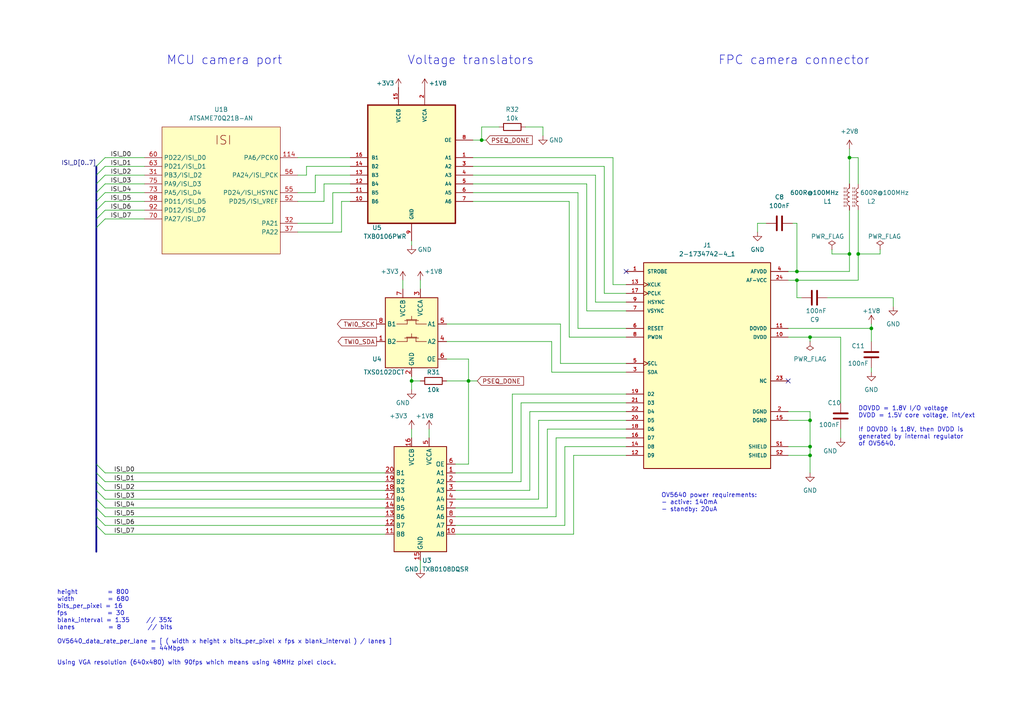
<source format=kicad_sch>
(kicad_sch (version 20211123) (generator eeschema)
  (paper "A4")
  (title_block (title "Flight Controller") (date "2023-01-29") (rev "0.1"))
  (lib_symbols
    (symbol "Device:C" (pin_numbers hide) (pin_names (offset 0.254))
      (property "Reference" "C" (at 0.635 2.54 0))
      (property "Value" "C" (at 0.635 -2.54 0))
      (symbol "C_0_1"
        (polyline (pts (xy -2.032 -0.762) (xy 2.032 -0.762)) (stroke (width 0.508)))
        (polyline (pts (xy -2.032 0.762) (xy 2.032 0.762)) (stroke (width 0.508)))
      )
      (symbol "C_1_1"
        (pin passive line (at 0 3.81 270) (length 2.794) (name "~") (number "1"))
        (pin passive line (at 0 -3.81 90) (length 2.794) (name "~") (number "2"))
      )
    )
    (symbol "Device:L_Ferrite" (pin_numbers hide) (pin_names (offset 1.016) hide)
      (property "Reference" "L" (at -1.27 0 90))
      (property "Value" "L_Ferrite" (at 2.794 0 90))
      (symbol "L_Ferrite_0_1"
        (arc (start 0 -2.54) (mid 0.635 -1.905) (end 0 -1.27))
        (arc (start 0 -1.27) (mid 0.635 -0.635) (end 0 0))
        (polyline (pts (xy 1.016 -2.794) (xy 1.016 -2.286)))
        (polyline (pts (xy 1.016 -1.778) (xy 1.016 -1.27)))
        (polyline (pts (xy 1.016 -0.762) (xy 1.016 -0.254)))
        (polyline (pts (xy 1.016 0.254) (xy 1.016 0.762)))
        (polyline (pts (xy 1.016 1.27) (xy 1.016 1.778)))
        (polyline (pts (xy 1.016 2.286) (xy 1.016 2.794)))
        (polyline (pts (xy 1.524 -2.286) (xy 1.524 -2.794)))
        (polyline (pts (xy 1.524 -1.27) (xy 1.524 -1.778)))
        (polyline (pts (xy 1.524 -0.254) (xy 1.524 -0.762)))
        (polyline (pts (xy 1.524 0.762) (xy 1.524 0.254)))
        (polyline (pts (xy 1.524 1.778) (xy 1.524 1.27)))
        (polyline (pts (xy 1.524 2.794) (xy 1.524 2.286)))
        (arc (start 0 0) (mid 0.635 0.635) (end 0 1.27))
        (arc (start 0 1.27) (mid 0.635 1.905) (end 0 2.54))
      )
      (symbol "L_Ferrite_1_1"
        (pin passive line (at 0 3.81 270) (length 1.27) (name "1") (number "1"))
        (pin passive line (at 0 -3.81 90) (length 1.27) (name "2") (number "2"))
      )
    )
    (symbol "Device:R" (pin_numbers hide) (pin_names (offset 0))
      (property "Reference" "R" (at 2.032 0 90))
      (property "Value" "R" (at 0 0 90))
      (symbol "R_0_1"
        (rectangle (start -1.016 -2.54) (end 1.016 2.54) (stroke (width 0.254)))
      )
      (symbol "R_1_1"
        (pin passive line (at 0 3.81 270) (length 1.27) (name "~") (number "1"))
        (pin passive line (at 0 -3.81 90) (length 1.27) (name "~") (number "2"))
      )
    )
    (symbol "Logic_LevelTranslator:TXB0108DQSR"
      (property "Reference" "U" (at -6.35 16.51 0))
      (property "Value" "TXB0108DQSR" (at 3.81 16.51 0))
      (symbol "TXB0108DQSR_0_1"
        (rectangle (start -7.62 15.24) (end 7.62 -15.24) (stroke (width 0.254)) (fill (type background)))
      )
      (symbol "TXB0108DQSR_1_1"
        (pin bidirectional line (at -10.16 7.62 0) (length 2.54) (name "A1") (number "1"))
        (pin bidirectional line (at -10.16 -10.16 0) (length 2.54) (name "A8") (number "10"))
        (pin bidirectional line (at 10.16 -10.16 180) (length 2.54) (name "B8") (number "11"))
        (pin bidirectional line (at 10.16 -7.62 180) (length 2.54) (name "B7") (number "12"))
        (pin bidirectional line (at 10.16 -5.08 180) (length 2.54) (name "B6") (number "13"))
        (pin bidirectional line (at 10.16 -2.54 180) (length 2.54) (name "B5") (number "14"))
        (pin power_in line (at 0 -17.78 90) (length 2.54) (name "GND") (number "15"))
        (pin power_in line (at 2.54 17.78 270) (length 2.54) (name "VCCB") (number "16"))
        (pin bidirectional line (at 10.16 0 180) (length 2.54) (name "B4") (number "17"))
        (pin bidirectional line (at 10.16 2.54 180) (length 2.54) (name "B3") (number "18"))
        (pin bidirectional line (at 10.16 5.08 180) (length 2.54) (name "B2") (number "19"))
        (pin bidirectional line (at -10.16 5.08 0) (length 2.54) (name "A2") (number "2"))
        (pin bidirectional line (at 10.16 7.62 180) (length 2.54) (name "B1") (number "20"))
        (pin bidirectional line (at -10.16 2.54 0) (length 2.54) (name "A3") (number "3"))
        (pin bidirectional line (at -10.16 0 0) (length 2.54) (name "A4") (number "4"))
        (pin power_in line (at -2.54 17.78 270) (length 2.54) (name "VCCA") (number "5"))
        (pin input line (at -10.16 10.16 0) (length 2.54) (name "OE") (number "6"))
        (pin bidirectional line (at -10.16 -2.54 0) (length 2.54) (name "A5") (number "7"))
        (pin bidirectional line (at -10.16 -5.08 0) (length 2.54) (name "A6") (number "8"))
        (pin bidirectional line (at -10.16 -7.62 0) (length 2.54) (name "A7") (number "9"))
      )
    )
    (symbol "Logic_LevelTranslator:TXS0102DCT"
      (property "Reference" "U" (at -6.35 11.43 0))
      (property "Value" "TXS0102DCT" (at 3.81 11.43 0))
      (symbol "TXS0102DCT_0_1"
        (rectangle (start -7.62 10.16) (end 7.62 -10.16) (stroke (width 0.254)) (fill (type background)))
        (polyline (pts (xy -4.318 -2.54) (xy -1.27 -2.54)))
        (polyline (pts (xy -2.032 -1.524) (xy 2.032 -1.524)))
        (polyline (pts (xy -1.524 -1.27) (xy 1.524 -1.27)))
        (polyline (pts (xy -1.27 -2.54) (xy -1.27 -1.524)))
        (polyline (pts (xy 0 -1.27) (xy 0 -0.254)))
        (polyline (pts (xy 1.27 -2.54) (xy 1.27 -1.524)))
        (polyline (pts (xy 4.318 -2.54) (xy 1.27 -2.54)))
      )
      (symbol "TXS0102DCT_1_1"
        (polyline (pts (xy -4.318 2.54) (xy -1.27 2.54)))
        (polyline (pts (xy -2.032 3.556) (xy 2.032 3.556)))
        (polyline (pts (xy -1.524 3.81) (xy 1.524 3.81)))
        (polyline (pts (xy -1.27 2.54) (xy -1.27 3.556)))
        (polyline (pts (xy 0 3.81) (xy 0 4.826)))
        (polyline (pts (xy 1.27 2.54) (xy 1.27 3.556)))
        (polyline (pts (xy 4.318 2.54) (xy 1.27 2.54)))
        (pin bidirectional line (at 10.16 -2.54 180) (length 2.54) (name "B2") (number "1"))
        (pin power_in line (at 0 -12.7 90) (length 2.54) (name "GND") (number "2"))
        (pin power_in line (at -2.54 12.7 270) (length 2.54) (name "VCCA") (number "3"))
        (pin bidirectional line (at -10.16 -2.54 0) (length 2.54) (name "A2") (number "4"))
        (pin bidirectional line (at -10.16 2.54 0) (length 2.54) (name "A1") (number "5"))
        (pin input line (at -10.16 -7.62 0) (length 2.54) (name "OE") (number "6"))
        (pin power_in line (at 2.54 12.7 270) (length 2.54) (name "VCCB") (number "7"))
        (pin bidirectional line (at 10.16 2.54 180) (length 2.54) (name "B1") (number "8"))
      )
    )
    (symbol "OV5640-connector:2-1734742-4_1" (pin_names (offset 1.016))
      (property "Reference" "J2" (at 0.635 40.64 0))
      (property "Value" "2-1734742-4" (at 0.635 38.1 0))
      (symbol "2-1734742-4_1_0_0"
        (rectangle (start -17.78 35.56) (end 19.05 -24.13) (stroke (width 0.254)) (fill (type background)))
        (pin output line (at -22.86 33.02 0) (length 5.08) (name "STROBE") (number "1"))
        (pin power_in line (at 24.13 13.97 180) (length 5.08) (name "DVDD") (number "10"))
        (pin power_in line (at 24.13 16.51 180) (length 5.08) (name "DOVDD") (number "11"))
        (pin passive line (at -22.86 -20.32 0) (length 5.08) (name "D9") (number "12"))
        (pin input clock (at -22.86 29.21 0) (length 5.08) (name "XCLK") (number "13"))
        (pin passive line (at -22.86 -17.78 0) (length 5.08) (name "D8") (number "14"))
        (pin power_in line (at 24.13 -10.16 180) (length 5.08) (name "DGND") (number "15"))
        (pin passive line (at -22.86 -15.24 0) (length 5.08) (name "D7") (number "16"))
        (pin output clock (at -22.86 26.67 0) (length 5.08) (name "PCLK") (number "17"))
        (pin passive line (at -22.86 -12.7 0) (length 5.08) (name "D6") (number "18"))
        (pin output line (at -22.86 -2.54 0) (length 5.08) (name "D2") (number "19"))
        (pin power_in line (at 24.13 -7.62 180) (length 5.08) (name "DGND") (number "2"))
        (pin passive line (at -22.86 -10.16 0) (length 5.08) (name "D5") (number "20"))
        (pin output line (at -22.86 -5.08 0) (length 5.08) (name "D3") (number "21"))
        (pin passive line (at -22.86 -7.62 0) (length 5.08) (name "D4") (number "22"))
        (pin passive line (at 24.13 1.27 180) (length 5.08) (name "NC") (number "23"))
        (pin power_in line (at 24.13 30.48 180) (length 5.08) (name "AF-VCC") (number "24"))
        (pin bidirectional line (at -22.86 3.81 0) (length 5.08) (name "SDA") (number "3"))
        (pin power_in line (at 24.13 33.02 180) (length 5.08) (name "AFVDD") (number "4"))
        (pin input clock (at -22.86 6.35 0) (length 5.08) (name "SCL") (number "5"))
        (pin input line (at -22.86 16.51 0) (length 5.08) (name "RESET") (number "6"))
        (pin input line (at -22.86 21.59 0) (length 5.08) (name "VSYNC") (number "7"))
        (pin input line (at -22.86 13.97 0) (length 5.08) (name "PWDN") (number "8"))
        (pin input line (at -22.86 24.13 0) (length 5.08) (name "HSYNC") (number "9"))
        (pin passive line (at 24.13 -17.78 180) (length 5.08) (name "SHIELD") (number "S1"))
        (pin passive line (at 24.13 -20.32 180) (length 5.08) (name "SHIELD") (number "S2"))
      )
    )
    (symbol "TXB0106PWR:TXB0106PWR" (pin_names (offset 1.016))
      (property "Reference" "U" (at -12.7 21.32 0))
      (property "Value" "TXB0106PWR" (at -15.24 -16.51 0))
      (symbol "TXB0106PWR_0_0"
        (rectangle (start -12.7 20.32) (end 12.7 -13.97) (stroke (width 0.41)) (fill (type background)))
        (pin bidirectional line (at -17.78 5.08 0) (length 5.08) (name "A1") (number "1"))
        (pin bidirectional line (at 17.78 -7.62 180) (length 5.08) (name "B6") (number "10"))
        (pin bidirectional line (at 17.78 -5.08 180) (length 5.08) (name "B5") (number "11"))
        (pin bidirectional line (at 17.78 -2.54 180) (length 5.08) (name "B4") (number "12"))
        (pin bidirectional line (at 17.78 0 180) (length 5.08) (name "B3") (number "13"))
        (pin bidirectional line (at 17.78 2.54 180) (length 5.08) (name "B2") (number "14"))
        (pin power_in line (at 3.81 25.4 270) (length 5.08) (name "VCCB") (number "15"))
        (pin bidirectional line (at 17.78 5.08 180) (length 5.08) (name "B1") (number "16"))
        (pin power_in line (at -3.81 25.4 270) (length 5.08) (name "VCCA") (number "2"))
        (pin bidirectional line (at -17.78 2.54 0) (length 5.08) (name "A2") (number "3"))
        (pin bidirectional line (at -17.78 0 0) (length 5.08) (name "A3") (number "4"))
        (pin bidirectional line (at -17.78 -2.54 0) (length 5.08) (name "A4") (number "5"))
        (pin bidirectional line (at -17.78 -5.08 0) (length 5.08) (name "A5") (number "6"))
        (pin bidirectional line (at -17.78 -7.62 0) (length 5.08) (name "A6") (number "7"))
        (pin input line (at -17.78 10.16 0) (length 5.08) (name "OE") (number "8"))
        (pin power_in line (at 0 -19.05 90) (length 5.08) (name "GND") (number "9"))
      )
    )
    (symbol "atsame70q21b-an:ATSAME70Q21B-AN"
      (property "Reference" "U2" (at -15.24 -5.08 0))
      (property "Value" "ATSAME70Q21B-AN" (at -7.62 -2.54 0))
      (symbol "ATSAME70Q21B-AN_1_1"
        (rectangle (start -16.51 25.4) (end 16.51 0) (fill (type background)))
        (text "WiFi" (at 0 21.59 0) (effects (font (size 2.54 2.54))))
        (pin output line (at 21.59 13.97 180) (length 5.08) (name "PB4") (number "105"))
        (pin input line (at 21.59 8.89 180) (length 5.08) (name "PB1") (number "20"))
        (pin output clock (at 21.59 6.35 180) (length 5.08) (name "PB0/RTCOUT0") (number "21"))
        (pin output line (at 21.59 11.43 180) (length 5.08) (name "PB2") (number "26"))
      )
      (symbol "ATSAME70Q21B-AN_2_1"
        (rectangle (start -17.78 36.83) (end 16.51 0) (fill (type background)))
        (text "ISI" (at 0 33.02 0) (effects (font (size 2.54 2.54))))
        (pin bidirectional line (at 21.59 27.94 180) (length 5.08) (name "PA6/PCK0") (number "114"))
        (pin bidirectional line (at -22.86 22.86 0) (length 5.08) (name "PB3/ISI_D2") (number "31"))
        (pin bidirectional line (at 21.59 8.89 180) (length 5.08) (name "PA21") (number "32"))
        (pin bidirectional line (at 21.59 6.35 180) (length 5.08) (name "PA22") (number "37"))
        (pin bidirectional line (at 21.59 15.24 180) (length 5.08) (name "PD25/ISI_VREF") (number "52"))
        (pin bidirectional line (at 21.59 17.78 180) (length 5.08) (name "PD24/ISI_HSYNC") (number "55"))
        (pin bidirectional line (at 21.59 22.86 180) (length 5.08) (name "PA24/ISI_PCK") (number "56"))
        (pin bidirectional line (at -22.86 27.94 0) (length 5.08) (name "PD22/ISI_D0") (number "60"))
        (pin bidirectional line (at -22.86 25.4 0) (length 5.08) (name "PD21/ISI_D1") (number "63"))
        (pin bidirectional line (at -22.86 10.16 0) (length 5.08) (name "PA27/ISI_D7") (number "70"))
        (pin bidirectional line (at -22.86 17.78 0) (length 5.08) (name "PA5/ISI_D4") (number "73"))
        (pin bidirectional line (at -22.86 20.32 0) (length 5.08) (name "PA9/ISI_D3") (number "75"))
        (pin bidirectional line (at -22.86 12.7 0) (length 5.08) (name "PD12/ISI_D6") (number "92"))
        (pin bidirectional line (at -22.86 15.24 0) (length 5.08) (name "PD11/ISI_D5") (number "98"))
      )
      (symbol "ATSAME70Q21B-AN_3_1"
        (rectangle (start -19.05 60.96) (end 17.78 0) (fill (type background)))
        (text "SDRAM" (at 0 54.61 0) (effects (font (size 2.54 2.54))))
        (pin bidirectional line (at 22.86 22.86 180) (length 5.08) (name "PE3/D11") (number "10"))
        (pin bidirectional line (at 22.86 5.08 180) (length 5.08) (name "PD15/NBS1") (number "106"))
        (pin bidirectional line (at -24.13 5.08 0) (length 5.08) (name "PD29/SDWE") (number "108"))
        (pin bidirectional line (at 22.86 50.8 180) (length 5.08) (name "PC0/D0") (number "11"))
        (pin bidirectional line (at 22.86 7.62 180) (length 5.08) (name "PC18/NBS0") (number "111"))
        (pin bidirectional line (at -24.13 33.02 0) (length 5.08) (name "PC27/A9") (number "12"))
        (pin bidirectional line (at -24.13 50.8 0) (length 5.08) (name "PC20/A2") (number "120"))
        (pin bidirectional line (at -24.13 48.26 0) (length 5.08) (name "PC21/A3") (number "122"))
        (pin bidirectional line (at -24.13 45.72 0) (length 5.08) (name "PC22/A4") (number "124"))
        (pin bidirectional line (at -24.13 43.18 0) (length 5.08) (name "PC23/A5") (number "127"))
        (pin bidirectional line (at -24.13 35.56 0) (length 5.08) (name "PC26/A8") (number "13"))
        (pin bidirectional line (at -24.13 40.64 0) (length 5.08) (name "PC24/A6") (number "130"))
        (pin bidirectional line (at -24.13 38.1 0) (length 5.08) (name "PC25/A7") (number "133"))
        (pin bidirectional line (at -24.13 27.94 0) (length 5.08) (name "PC29/A11") (number "16"))
        (pin bidirectional line (at -24.13 12.7 0) (length 5.08) (name "PC15/SDCS") (number "18"))
        (pin bidirectional line (at -24.13 22.86 0) (length 5.08) (name "PA20/BA0") (number "22"))
        (pin bidirectional line (at 22.86 20.32 180) (length 5.08) (name "PE4/D12") (number "27"))
        (pin bidirectional line (at 22.86 17.78 180) (length 5.08) (name "PE5/D13") (number "28"))
        (pin bidirectional line (at 22.86 48.26 180) (length 5.08) (name "PC1/D1") (number "38"))
        (pin bidirectional line (at 22.86 45.72 180) (length 5.08) (name "PC2/D2") (number "39"))
        (pin bidirectional line (at 22.86 30.48 180) (length 5.08) (name "PE0/D8") (number "4"))
        (pin bidirectional line (at 22.86 43.18 180) (length 5.08) (name "PC3/D3") (number "40"))
        (pin bidirectional line (at 22.86 40.64 180) (length 5.08) (name "PC4/D4") (number "41"))
        (pin bidirectional line (at 22.86 12.7 180) (length 5.08) (name "PA16/D15") (number "45"))
        (pin bidirectional line (at 22.86 33.02 180) (length 5.08) (name "PC7/D7") (number "48"))
        (pin bidirectional line (at 22.86 15.24 180) (length 5.08) (name "PA15/D14") (number "49"))
        (pin bidirectional line (at 22.86 35.56 180) (length 5.08) (name "PC6/D6") (number "54"))
        (pin bidirectional line (at -24.13 17.78 0) (length 5.08) (name "PD23/SDCK") (number "57"))
        (pin bidirectional line (at 22.86 38.1 180) (length 5.08) (name "PC5/D5") (number "58"))
        (pin bidirectional line (at 22.86 27.94 180) (length 5.08) (name "PE1/D9") (number "6"))
        (pin bidirectional line (at 22.86 25.4 180) (length 5.08) (name "PE2/D10") (number "7"))
        (pin bidirectional line (at -24.13 7.62 0) (length 5.08) (name "PD17/CAS") (number "74"))
        (pin bidirectional line (at -24.13 30.48 0) (length 5.08) (name "PC28/A10") (number "76"))
        (pin bidirectional line (at -24.13 10.16 0) (length 5.08) (name "PD16/RAS") (number "78"))
        (pin bidirectional line (at -24.13 15.24 0) (length 5.08) (name "PD14/SDCKE") (number "84"))
        (pin bidirectional line (at -24.13 25.4 0) (length 5.08) (name "PD13/SDA10") (number "88"))
      )
      (symbol "ATSAME70Q21B-AN_4_1"
        (rectangle (start -21.59 39.37) (end 22.86 0) (fill (type background)))
        (text "Serial" (at 0 34.29 0) (effects (font (size 2.54 2.54))))
        (pin input line (at 27.94 8.89 180) (length 5.08) (name "PC12/CANRX") (number "17"))
        (pin output line (at 27.94 3.81 180) (length 5.08) (name "PC13") (number "19"))
        (pin input line (at -26.67 6.35 0) (length 5.08) (name "PD31/URXD3") (number "2"))
        (pin output line (at -26.67 8.89 0) (length 5.08) (name "P30/UTXD3") (number "34"))
        (pin output line (at 27.94 21.59 180) (length 5.08) (name "PA13/SQPI_QIO0") (number "42"))
        (pin output clock (at 27.94 26.67 180) (length 5.08) (name "PA14/QSPI_SCK") (number "51"))
        (pin output line (at 27.94 24.13 180) (length 5.08) (name "PA11/QSPI_QCS") (number "64"))
        (pin input line (at 27.94 29.21 180) (length 5.08) (name "PA12/QSPI_QIO1") (number "68"))
        (pin output clock (at -26.67 26.67 0) (length 5.08) (name "PA4/TWCK0") (number "77"))
        (pin bidirectional line (at -26.67 29.21 0) (length 5.08) (name "PA3/TWD0") (number "91"))
        (pin output line (at 27.94 6.35 180) (length 5.08) (name "PC14/CANTX1") (number "97"))
      )
      (symbol "ATSAME70Q21B-AN_5_1"
        (rectangle (start -19.05 38.1) (end 17.78 0) (fill (type background)))
        (text "Debug" (at 0 31.75 0) (effects (font (size 2.54 2.54))))
        (pin input line (at -24.13 17.78 0) (length 5.08) (name "JTAGSEL") (number "104"))
        (pin bidirectional line (at -24.13 5.08 0) (length 5.08) (name "PB5/TRACESWO") (number "109"))
        (pin output clock (at 22.86 15.24 180) (length 5.08) (name "PD8/TRACEDCLK") (number "113"))
        (pin input line (at 22.86 17.78 180) (length 5.08) (name "PD7/TRACED3") (number "119"))
        (pin input line (at 22.86 20.32 180) (length 5.08) (name "PD6/TRACED2") (number "121"))
        (pin input line (at 22.86 22.86 180) (length 5.08) (name "PD5/TRACED1") (number "125"))
        (pin input line (at 22.86 25.4 180) (length 5.08) (name "PD4/TRACED0") (number "126"))
        (pin bidirectional line (at -24.13 7.62 0) (length 5.08) (name "PB6/SWIO") (number "79"))
        (pin bidirectional line (at -24.13 25.4 0) (length 5.08) (name "NRST") (number "83"))
        (pin input line (at -24.13 22.86 0) (length 5.08) (name "TST") (number "85"))
        (pin input clock (at -24.13 10.16 0) (length 5.08) (name "PB7/SWCLK") (number "89"))
      )
      (symbol "ATSAME70Q21B-AN_6_1"
        (rectangle (start -17.78 48.26) (end 13.97 0) (fill (type background)))
        (text "Power" (at -1.27 43.18 0) (effects (font (size 2.54 2.54))))
        (pin passive line (at 19.05 16.51 180) (length 5.08) hide (name "VDDCORE") (number "107"))
        (pin passive line (at 19.05 3.81 180) (length 5.08) hide (name "GND") (number "115"))
        (pin power_in line (at 19.05 13.97 180) (length 5.08) (name "VDDPLL") (number "123"))
        (pin power_in line (at 19.05 34.29 180) (length 5.08) (name "VDDUTMII") (number "134"))
        (pin passive line (at 19.05 3.81 180) (length 5.08) hide (name "GND") (number "135"))
        (pin passive line (at 19.05 3.81 180) (length 5.08) hide (name "GND") (number "138"))
        (pin power_in line (at 19.05 11.43 180) (length 5.08) (name "VDDUTMIC") (number "139"))
        (pin power_in line (at 19.05 31.75 180) (length 5.08) (name "VDDPLLUSB") (number "143"))
        (pin power_in line (at 19.05 16.51 180) (length 5.08) (name "VDDCORE") (number "29"))
        (pin power_out line (at 19.05 19.05 180) (length 5.08) (name "VDDOUT") (number "3"))
        (pin power_in line (at 19.05 29.21 180) (length 5.08) (name "VDDIO") (number "30"))
        (pin passive line (at 19.05 16.51 180) (length 5.08) hide (name "VDDCORE") (number "33"))
        (pin passive line (at 19.05 29.21 180) (length 5.08) hide (name "VDDIO") (number "43"))
        (pin power_in line (at 19.05 3.81 180) (length 5.08) (name "GND") (number "44"))
        (pin power_in line (at 19.05 24.13 180) (length 5.08) (name "VDDIN") (number "5"))
        (pin passive line (at 19.05 16.51 180) (length 5.08) hide (name "VDDCORE") (number "50"))
        (pin passive line (at 19.05 3.81 180) (length 5.08) hide (name "GND") (number "61"))
        (pin passive line (at 19.05 29.21 180) (length 5.08) hide (name "VDDIO") (number "72"))
        (pin power_in line (at -22.86 3.81 0) (length 5.08) (name "VREFN") (number "8"))
        (pin passive line (at 19.05 29.21 180) (length 5.08) hide (name "VDDIO") (number "80"))
        (pin passive line (at 19.05 16.51 180) (length 5.08) hide (name "VDDCORE") (number "81"))
        (pin power_in line (at -22.86 6.35 0) (length 5.08) (name "VREFP") (number "9"))
        (pin passive line (at 19.05 3.81 180) (length 5.08) hide (name "GND") (number "95"))
        (pin passive line (at 19.05 29.21 180) (length 5.08) hide (name "VDDIO") (number "96"))
      )
      (symbol "ATSAME70Q21B-AN_7_1"
        (rectangle (start -27.94 72.39) (end 26.67 0) (fill (type background)))
        (rectangle (start 31.75 63.5) (end 31.75 63.5))
        (text "GPIO/EXTI" (at -1.27 62.23 0) (effects (font (size 2.54 2.54))))
        (pin bidirectional line (at 31.75 34.29 180) (length 5.08) (name "PD0") (number "1"))
        (pin bidirectional line (at 31.75 49.53 180) (length 5.08) (name "PC16") (number "100"))
        (pin bidirectional line (at 31.75 21.59 180) (length 5.08) (name "PD10") (number "101"))
        (pin bidirectional line (at -33.02 46.99 0) (length 5.08) (name "PA0") (number "102"))
        (pin bidirectional line (at 31.75 46.99 180) (length 5.08) (name "PC17") (number "103"))
        (pin bidirectional line (at 31.75 24.13 180) (length 5.08) (name "PD9") (number "110"))
        (pin bidirectional line (at -33.02 21.59 0) (length 5.08) (name "PA28") (number "112"))
        (pin bidirectional line (at -33.02 16.51 0) (length 5.08) (name "PA30") (number "116"))
        (pin bidirectional line (at 31.75 44.45 180) (length 5.08) (name "PC19") (number "117"))
        (pin bidirectional line (at -33.02 13.97 0) (length 5.08) (name "PA31") (number "118"))
        (pin bidirectional line (at 31.75 26.67 180) (length 5.08) (name "PD3") (number "128"))
        (pin bidirectional line (at -33.02 19.05 0) (length 5.08) (name "PA29") (number "129"))
        (pin bidirectional line (at 31.75 29.21 180) (length 5.08) (name "PD2") (number "131"))
        (pin bidirectional line (at 31.75 31.75 180) (length 5.08) (name "PD1") (number "132"))
        (pin bidirectional line (at 31.75 39.37 180) (length 5.08) (name "PC31") (number "14"))
        (pin bidirectional line (at 31.75 41.91 180) (length 5.08) (name "PC30") (number "15"))
        (pin bidirectional line (at -33.02 31.75 0) (length 5.08) (name "PA19") (number "23"))
        (pin bidirectional line (at -33.02 34.29 0) (length 5.08) (name "PA18") (number "24"))
        (pin bidirectional line (at -33.02 36.83 0) (length 5.08) (name "PA17") (number "25"))
        (pin bidirectional line (at -33.02 29.21 0) (length 5.08) (name "PA23") (number "46"))
        (pin bidirectional line (at 31.75 8.89 180) (length 5.08) (name "PD27") (number "47"))
        (pin bidirectional line (at 31.75 11.43 180) (length 5.08) (name "PD26") (number "53"))
        (pin bidirectional line (at -33.02 26.67 0) (length 5.08) (name "PA25") (number "59"))
        (pin bidirectional line (at -33.02 24.13 0) (length 5.08) (name "PA26") (number "62"))
        (pin bidirectional line (at 31.75 13.97 180) (length 5.08) (name "PD20") (number "65"))
        (pin bidirectional line (at -33.02 39.37 0) (length 5.08) (name "PA10") (number "66"))
        (pin bidirectional line (at 31.75 16.51 180) (length 5.08) (name "PD19") (number "67"))
        (pin bidirectional line (at 31.75 19.05 180) (length 5.08) (name "PD18") (number "69"))
        (pin bidirectional line (at 31.75 6.35 180) (length 5.08) (name "PD28") (number "71"))
        (pin bidirectional line (at 31.75 59.69 180) (length 5.08) (name "PC8") (number "82"))
        (pin bidirectional line (at 31.75 57.15 180) (length 5.08) (name "PC9") (number "86"))
        (pin bidirectional line (at -33.02 8.89 0) (length 5.08) (name "PB12/ERASE") (number "87"))
        (pin bidirectional line (at 31.75 54.61 180) (length 5.08) (name "PC10") (number "90"))
        (pin bidirectional line (at -33.02 41.91 0) (length 5.08) (name "PA2") (number "93"))
        (pin bidirectional line (at 31.75 52.07 180) (length 5.08) (name "PC11") (number "94"))
        (pin bidirectional line (at -33.02 44.45 0) (length 5.08) (name "PA1") (number "99"))
      )
      (symbol "ATSAME70Q21B-AN_8_1"
        (rectangle (start -13.97 25.4) (end 15.24 0) (fill (type background)))
        (text "USB" (at 0 21.59 0) (effects (font (size 2.54 2.54))))
        (pin bidirectional line (at -19.05 8.89 0) (length 5.08) (name "HSDM") (number "136"))
        (pin bidirectional line (at -19.05 11.43 0) (length 5.08) (name "HSDP") (number "137"))
        (pin input line (at -19.05 6.35 0) (length 5.08) (name "VBG") (number "140"))
        (pin bidirectional line (at -19.05 16.51 0) (length 5.08) (name "PB13") (number "144"))
      )
      (symbol "ATSAME70Q21B-AN_9_1"
        (rectangle (start -16.51 17.78) (end 16.51 0) (fill (type background)))
        (text "Crystals" (at 0 13.97 0) (effects (font (size 2.54 2.54))))
        (pin bidirectional line (at 21.59 7.62 180) (length 5.08) (name "PB8/XOUT") (number "141"))
        (pin bidirectional line (at 21.59 5.08 180) (length 5.08) (name "PB9/XIN") (number "142"))
        (pin bidirectional line (at -21.59 7.62 0) (length 5.08) (name "PA7/XIN32") (number "35"))
        (pin bidirectional line (at -21.59 5.08 0) (length 5.08) (name "PA8/XOUT32") (number "36"))
      )
    )
    (symbol "power:+1V8" (power) (pin_names (offset 0))
      (property "Value" "+1V8" (at 0 3.556 0))
      (symbol "+1V8_0_1"
        (polyline (pts (xy -0.762 1.27) (xy 0 2.54)))
        (polyline (pts (xy 0 0) (xy 0 2.54)))
        (polyline (pts (xy 0 2.54) (xy 0.762 1.27)))
      )
      (symbol "+1V8_1_1"
        (pin power_in line (at 0 0 90) (length 0) hide (name "+1V8") (number "1"))
      )
    )
    (symbol "power:+2V8" (power) (pin_names (offset 0))
      (property "Value" "+2V8" (at 0 3.556 0))
      (symbol "+2V8_0_1"
        (polyline (pts (xy -0.762 1.27) (xy 0 2.54)))
        (polyline (pts (xy 0 0) (xy 0 2.54)))
        (polyline (pts (xy 0 2.54) (xy 0.762 1.27)))
      )
      (symbol "+2V8_1_1"
        (pin power_in line (at 0 0 90) (length 0) hide (name "+2V8") (number "1"))
      )
    )
    (symbol "power:+3V3" (power) (pin_names (offset 0))
      (property "Value" "+3V3" (at 0 3.556 0))
      (symbol "+3V3_0_1"
        (polyline (pts (xy -0.762 1.27) (xy 0 2.54)))
        (polyline (pts (xy 0 0) (xy 0 2.54)))
        (polyline (pts (xy 0 2.54) (xy 0.762 1.27)))
      )
      (symbol "+3V3_1_1"
        (pin power_in line (at 0 0 90) (length 0) hide (name "+3V3") (number "1"))
      )
    )
    (symbol "power:GND" (power) (pin_names (offset 0))
      (property "Value" "GND" (at 0 -3.81 0))
      (symbol "GND_0_1"
        (polyline (pts (xy 0 0) (xy 0 -1.27) (xy 1.27 -1.27) (xy 0 -2.54) (xy -1.27 -1.27) (xy 0 -1.27)))
      )
      (symbol "GND_1_1"
        (pin power_in line (at 0 0 270) (length 0) hide (name "GND") (number "1"))
      )
    )
    (symbol "power:PWR_FLAG" (power) (pin_numbers hide) (pin_names (offset 0) hide)
      (property "Value" "PWR_FLAG" (at 0 3.81 0))
      (symbol "PWR_FLAG_0_0"
        (pin power_out line (at 0 0 90) (length 0) (name "pwr") (number "1"))
      )
      (symbol "PWR_FLAG_0_1"
        (polyline (pts (xy 0 0) (xy 0 1.27) (xy -1.016 1.905) (xy 0 2.54) (xy 1.016 1.905) (xy 0 1.27)))
      )
    )
  )
  (junction (at 246.38 45.72))
  (junction (at 234.95 97.79))
  (junction (at 252.73 95.25))
  (junction (at 234.95 132.08))
  (junction (at 231.14 78.74))
  (junction (at 135.89 110.49))
  (junction (at 119.38 110.49))
  (junction (at 234.95 129.54))
  (junction (at 248.92 73.66))
  (junction (at 139.7 40.64))
  (junction (at 234.95 121.92))
  (junction (at 246.38 73.66))
  (junction (at 231.14 81.28))
  (no_connect (at 181.61 78.74))
  (no_connect (at 228.6 110.49))
  (bus_entry (at 27.94 50.8) (size 2.54 -2.54))
  (bus_entry (at 27.94 139.7) (size 2.54 2.54))
  (bus_entry (at 27.94 63.5) (size 2.54 -2.54))
  (bus_entry (at 27.94 55.88) (size 2.54 -2.54))
  (bus_entry (at 27.94 144.78) (size 2.54 2.54))
  (bus_entry (at 27.94 58.42) (size 2.54 -2.54))
  (bus_entry (at 27.94 66.04) (size 2.54 -2.54))
  (bus_entry (at 27.94 147.32) (size 2.54 2.54))
  (bus_entry (at 27.94 149.86) (size 2.54 2.54))
  (bus_entry (at 27.94 53.34) (size 2.54 -2.54))
  (bus_entry (at 27.94 137.16) (size 2.54 2.54))
  (bus_entry (at 27.94 48.26) (size 2.54 -2.54))
  (bus_entry (at 27.94 60.96) (size 2.54 -2.54))
  (bus_entry (at 27.94 134.62) (size 2.54 2.54))
  (bus_entry (at 27.94 142.24) (size 2.54 2.54))
  (bus_entry (at 27.94 152.4) (size 2.54 2.54))
  (wire (pts (xy 228.6 81.28) (xy 231.14 81.28)))
  (wire (pts (xy 30.48 147.32) (xy 111.76 147.32)))
  (wire (pts (xy 86.36 55.88) (xy 91.44 55.88)))
  (wire (pts (xy 121.92 81.28) (xy 121.92 83.82)))
  (wire (pts (xy 163.83 129.54) (xy 163.83 152.4)))
  (wire (pts (xy 248.92 60.96) (xy 248.92 73.66)))
  (wire (pts (xy 30.48 63.5) (xy 41.91 63.5)))
  (wire (pts (xy 30.48 50.8) (xy 41.91 50.8)))
  (wire (pts (xy 119.38 124.46) (xy 119.38 127)))
  (wire (pts (xy 30.48 58.42) (xy 41.91 58.42)))
  (wire (pts (xy 156.21 121.92) (xy 181.61 121.92)))
  (wire (pts (xy 219.71 64.77) (xy 219.71 67.31)))
  (wire (pts (xy 153.67 119.38) (xy 153.67 142.24)))
  (wire (pts (xy 86.36 45.72) (xy 101.6 45.72)))
  (wire (pts (xy 151.13 139.7) (xy 132.08 139.7)))
  (wire (pts (xy 181.61 107.95) (xy 160.02 107.95)))
  (wire (pts (xy 167.64 95.25) (xy 181.61 95.25)))
  (wire (pts (xy 119.38 110.49) (xy 119.38 113.03)))
  (wire (pts (xy 86.36 58.42) (xy 93.98 58.42)))
  (wire (pts (xy 161.29 127) (xy 181.61 127)))
  (wire (pts (xy 148.59 114.3) (xy 181.61 114.3)))
  (wire (pts (xy 234.95 97.79) (xy 243.84 97.79)))
  (wire (pts (xy 234.95 129.54) (xy 234.95 121.92)))
  (wire (pts (xy 161.29 127) (xy 161.29 149.86)))
  (wire (pts (xy 243.84 97.79) (xy 243.84 116.84)))
  (wire (pts (xy 135.89 110.49) (xy 138.43 110.49)))
  (wire (pts (xy 93.98 53.34) (xy 93.98 58.42)))
  (wire (pts (xy 181.61 90.17) (xy 170.18 90.17)))
  (wire (pts (xy 119.38 110.49) (xy 121.92 110.49)))
  (wire (pts (xy 172.72 87.63) (xy 181.61 87.63)))
  (bus (pts (xy 27.94 142.24) (xy 27.94 144.78)) (stroke (width 0.5)))
  (wire (pts (xy 30.48 149.86) (xy 111.76 149.86)))
  (wire (pts (xy 135.89 110.49) (xy 135.89 134.62)))
  (wire (pts (xy 119.38 69.85) (xy 119.38 71.12)))
  (wire (pts (xy 148.59 114.3) (xy 148.59 137.16)))
  (wire (pts (xy 248.92 81.28) (xy 248.92 73.66)))
  (wire (pts (xy 228.6 95.25) (xy 252.73 95.25)))
  (wire (pts (xy 129.54 110.49) (xy 135.89 110.49)))
  (bus (pts (xy 27.94 152.4) (xy 27.94 160.02)) (stroke (width 0.5)))
  (wire (pts (xy 88.9 50.8) (xy 88.9 48.26)))
  (wire (pts (xy 30.48 154.94) (xy 111.76 154.94)))
  (wire (pts (xy 124.46 127) (xy 124.46 124.46)))
  (wire (pts (xy 152.4 36.83) (xy 157.48 36.83)))
  (wire (pts (xy 158.75 124.46) (xy 181.61 124.46)))
  (wire (pts (xy 121.92 162.56) (xy 121.92 165.1)))
  (wire (pts (xy 96.52 55.88) (xy 101.6 55.88)))
  (wire (pts (xy 158.75 124.46) (xy 158.75 147.32)))
  (wire (pts (xy 231.14 81.28) (xy 248.92 81.28)))
  (wire (pts (xy 30.48 139.7) (xy 111.76 139.7)))
  (wire (pts (xy 139.7 40.64) (xy 140.97 40.64)))
  (wire (pts (xy 234.95 121.92) (xy 234.95 119.38)))
  (wire (pts (xy 177.8 45.72) (xy 177.8 82.55)))
  (wire (pts (xy 135.89 104.14) (xy 135.89 110.49)))
  (wire (pts (xy 30.48 142.24) (xy 111.76 142.24)))
  (wire (pts (xy 255.27 72.39) (xy 255.27 73.66)))
  (wire (pts (xy 91.44 50.8) (xy 101.6 50.8)))
  (wire (pts (xy 157.48 39.37) (xy 157.48 36.83)))
  (wire (pts (xy 88.9 48.26) (xy 101.6 48.26)))
  (wire (pts (xy 246.38 60.96) (xy 246.38 73.66)))
  (wire (pts (xy 165.1 58.42) (xy 165.1 97.79)))
  (wire (pts (xy 248.92 53.34) (xy 248.92 45.72)))
  (wire (pts (xy 137.16 48.26) (xy 175.26 48.26)))
  (wire (pts (xy 30.48 60.96) (xy 41.91 60.96)))
  (wire (pts (xy 160.02 99.06) (xy 160.02 107.95)))
  (wire (pts (xy 163.83 129.54) (xy 181.61 129.54)))
  (wire (pts (xy 129.54 99.06) (xy 160.02 99.06)))
  (wire (pts (xy 234.95 119.38) (xy 228.6 119.38)))
  (bus (pts (xy 27.94 58.42) (xy 27.94 55.88)) (stroke (width 0.5)))
  (wire (pts (xy 30.48 55.88) (xy 41.91 55.88)))
  (wire (pts (xy 93.98 53.34) (xy 101.6 53.34)))
  (wire (pts (xy 228.6 132.08) (xy 234.95 132.08)))
  (wire (pts (xy 166.37 132.08) (xy 166.37 154.94)))
  (wire (pts (xy 129.54 93.98) (xy 162.56 93.98)))
  (wire (pts (xy 243.84 124.46) (xy 243.84 127)))
  (wire (pts (xy 181.61 82.55) (xy 177.8 82.55)))
  (wire (pts (xy 234.95 129.54) (xy 234.95 132.08)))
  (wire (pts (xy 30.48 53.34) (xy 41.91 53.34)))
  (wire (pts (xy 30.48 137.16) (xy 111.76 137.16)))
  (wire (pts (xy 166.37 132.08) (xy 181.61 132.08)))
  (wire (pts (xy 175.26 48.26) (xy 175.26 85.09)))
  (wire (pts (xy 151.13 116.84) (xy 181.61 116.84)))
  (wire (pts (xy 30.48 144.78) (xy 111.76 144.78)))
  (wire (pts (xy 255.27 73.66) (xy 248.92 73.66)))
  (wire (pts (xy 137.16 53.34) (xy 170.18 53.34)))
  (wire (pts (xy 132.08 147.32) (xy 158.75 147.32)))
  (wire (pts (xy 30.48 152.4) (xy 111.76 152.4)))
  (wire (pts (xy 137.16 58.42) (xy 165.1 58.42)))
  (bus (pts (xy 27.94 134.62) (xy 27.94 137.16)) (stroke (width 0.5)))
  (wire (pts (xy 91.44 50.8) (xy 91.44 55.88)))
  (wire (pts (xy 96.52 64.77) (xy 96.52 55.88)))
  (wire (pts (xy 162.56 105.41) (xy 181.61 105.41)))
  (wire (pts (xy 139.7 40.64) (xy 139.7 36.83)))
  (wire (pts (xy 228.6 97.79) (xy 234.95 97.79)))
  (wire (pts (xy 228.6 129.54) (xy 234.95 129.54)))
  (wire (pts (xy 175.26 85.09) (xy 181.61 85.09)))
  (wire (pts (xy 246.38 45.72) (xy 246.38 53.34)))
  (wire (pts (xy 148.59 137.16) (xy 132.08 137.16)))
  (wire (pts (xy 86.36 67.31) (xy 99.06 67.31)))
  (wire (pts (xy 129.54 104.14) (xy 135.89 104.14)))
  (wire (pts (xy 219.71 64.77) (xy 222.25 64.77)))
  (wire (pts (xy 139.7 36.83) (xy 144.78 36.83)))
  (wire (pts (xy 86.36 50.8) (xy 88.9 50.8)))
  (bus (pts (xy 27.94 60.96) (xy 27.94 58.42)) (stroke (width 0.5)))
  (bus (pts (xy 27.94 63.5) (xy 27.94 60.96)) (stroke (width 0.5)))
  (wire (pts (xy 246.38 78.74) (xy 231.14 78.74)))
  (bus (pts (xy 27.94 144.78) (xy 27.94 147.32)) (stroke (width 0.5)))
  (wire (pts (xy 181.61 97.79) (xy 165.1 97.79)))
  (wire (pts (xy 116.84 81.28) (xy 116.84 83.82)))
  (wire (pts (xy 135.89 134.62) (xy 132.08 134.62)))
  (wire (pts (xy 172.72 50.8) (xy 172.72 87.63)))
  (wire (pts (xy 246.38 43.18) (xy 246.38 45.72)))
  (wire (pts (xy 228.6 78.74) (xy 231.14 78.74)))
  (bus (pts (xy 27.94 147.32) (xy 27.94 149.86)) (stroke (width 0.5)))
  (wire (pts (xy 241.3 73.66) (xy 241.3 72.39)))
  (wire (pts (xy 132.08 149.86) (xy 161.29 149.86)))
  (wire (pts (xy 234.95 132.08) (xy 234.95 137.16)))
  (wire (pts (xy 132.08 154.94) (xy 166.37 154.94)))
  (wire (pts (xy 156.21 121.92) (xy 156.21 144.78)))
  (wire (pts (xy 99.06 67.31) (xy 99.06 58.42)))
  (wire (pts (xy 167.64 55.88) (xy 167.64 95.25)))
  (wire (pts (xy 246.38 73.66) (xy 246.38 78.74)))
  (wire (pts (xy 119.38 109.22) (xy 119.38 110.49)))
  (wire (pts (xy 231.14 64.77) (xy 231.14 78.74)))
  (wire (pts (xy 132.08 152.4) (xy 163.83 152.4)))
  (bus (pts (xy 27.94 66.04) (xy 27.94 134.62)) (stroke (width 0.5)))
  (wire (pts (xy 137.16 55.88) (xy 167.64 55.88)))
  (wire (pts (xy 86.36 64.77) (xy 96.52 64.77)))
  (bus (pts (xy 27.94 149.86) (xy 27.94 152.4)) (stroke (width 0.5)))
  (wire (pts (xy 170.18 90.17) (xy 170.18 53.34)))
  (wire (pts (xy 252.73 95.25) (xy 252.73 99.06)))
  (wire (pts (xy 162.56 93.98) (xy 162.56 105.41)))
  (wire (pts (xy 137.16 40.64) (xy 139.7 40.64)))
  (wire (pts (xy 246.38 73.66) (xy 241.3 73.66)))
  (wire (pts (xy 259.08 86.36) (xy 240.03 86.36)))
  (wire (pts (xy 153.67 119.38) (xy 181.61 119.38)))
  (wire (pts (xy 137.16 45.72) (xy 177.8 45.72)))
  (wire (pts (xy 30.48 45.72) (xy 41.91 45.72)))
  (wire (pts (xy 259.08 88.9) (xy 259.08 86.36)))
  (bus (pts (xy 27.94 139.7) (xy 27.94 142.24)) (stroke (width 0.5)))
  (wire (pts (xy 231.14 81.28) (xy 231.14 86.36)))
  (wire (pts (xy 246.38 45.72) (xy 248.92 45.72)))
  (wire (pts (xy 137.16 50.8) (xy 172.72 50.8)))
  (wire (pts (xy 229.87 64.77) (xy 231.14 64.77)))
  (bus (pts (xy 27.94 55.88) (xy 27.94 53.34)) (stroke (width 0.5)))
  (wire (pts (xy 252.73 106.68) (xy 252.73 107.95)))
  (wire (pts (xy 153.67 142.24) (xy 132.08 142.24)))
  (bus (pts (xy 27.94 50.8) (xy 27.94 48.26)) (stroke (width 0.5)))
  (wire (pts (xy 30.48 48.26) (xy 41.91 48.26)))
  (bus (pts (xy 27.94 66.04) (xy 27.94 63.5)) (stroke (width 0.5)))
  (wire (pts (xy 252.73 93.98) (xy 252.73 95.25)))
  (wire (pts (xy 132.08 144.78) (xy 156.21 144.78)))
  (wire (pts (xy 228.6 121.92) (xy 234.95 121.92)))
  (wire (pts (xy 99.06 58.42) (xy 101.6 58.42)))
  (bus (pts (xy 27.94 137.16) (xy 27.94 139.7)) (stroke (width 0.5)))
  (bus (pts (xy 27.94 53.34) (xy 27.94 50.8)) (stroke (width 0.5)))
  (wire (pts (xy 231.14 86.36) (xy 232.41 86.36)))
  (wire (pts (xy 234.95 97.79) (xy 234.95 99.06)))
  (wire (pts (xy 151.13 116.84) (xy 151.13 139.7)))
  (text "FPC camera connector" (at 208.28 19.05 0) (effects (font (size 2.54 2.54)) (justify left bottom)))
  (text "DOVDD = 1.8V I/O voltage\nDVDD = 1.5V core voltage, int/ext\n\nIf DOVDD is 1.8V, then DVDD is\ngenerated by internal regulator\nof OV5640." (at 248.92 129.54 0) (effects (font (size 1.27 1.27)) (justify left bottom)))
  (text "height         = 800\nwidth          = 680  \nbits_per_pixel = 16\nfps            = 30\nblank_interval = 1.35     // 35%\nlanes          = 8        // bits\n\nOV5640_data_rate_per_lane = [ ( width x height x bits_per_pixel x fps x blank_interval ) / lanes ]\n                            = 44Mbps\n\nUsing VGA resolution (640x480) with 90fps which means using 48MHz pixel clock." (at 16.51 193.04 0) (effects (font (size 1.27 1.27)) (justify left bottom)))
  (text "MCU camera port" (at 48.26 19.05 0) (effects (font (size 2.54 2.54)) (justify left bottom)))
  (text "Voltage translators" (at 118.11 19.05 0) (effects (font (size 2.54 2.54)) (justify left bottom)))
  (text "OV5640 power requirements:\n- active: 140mA\n- standby: 20uA" (at 191.77 148.59 0) (effects (font (size 1.27 1.27)) (justify left bottom)))
  (label "ISI_D4" (at 33.02 147.32 0))
  (label "ISI_D7" (at 38.1 63.5 180))
  (label "ISI_D2" (at 38.1 50.8 180))
  (label "ISI_D0" (at 33.02 137.16 0))
  (label "ISI_D[0..7]" (at 27.94 48.26 180))
  (label "ISI_D4" (at 38.1 55.88 180))
  (label "ISI_D6" (at 38.1 60.96 180))
  (label "ISI_D2" (at 33.02 142.24 0))
  (label "ISI_D5" (at 33.02 149.86 0))
  (label "ISI_D3" (at 38.1 53.34 180))
  (label "ISI_D1" (at 38.1 48.26 180))
  (label "ISI_D0" (at 38.1 45.72 180))
  (label "ISI_D5" (at 38.1 58.42 180))
  (label "ISI_D7" (at 33.02 154.94 0))
  (label "ISI_D3" (at 33.02 144.78 0))
  (label "ISI_D6" (at 33.02 152.4 0))
  (label "ISI_D1" (at 33.02 139.7 0))
  (global_label "TWI0_SCK" (shape output) (at 109.22 93.98 180) (property "Intersheet References" "${INTERSHEET_REFS}" (effects hide)))
  (global_label "PSEQ_DONE" (shape input) (at 140.97 40.64 0) (property "Intersheet References" "${INTERSHEET_REFS}" (effects hide)))
  (global_label "PSEQ_DONE" (shape input) (at 138.43 110.49 0) (property "Intersheet References" "${INTERSHEET_REFS}" (effects hide)))
  (global_label "TWI0_SDA" (shape output) (at 109.22 99.06 180) (property "Intersheet References" "${INTERSHEET_REFS}" (effects hide)))
  (symbol (lib_id "power:GND") (at 157.48 39.37 0) (unit 1)
    (property "Reference" "#PWR019" (effects hide))
    (property "Value" "GND" (at 161.29 40.64 0))
  )
  (symbol (lib_id "power:GND") (at 259.08 88.9 0) (unit 1)
    (property "Reference" "#PWR034" (effects hide))
    (property "Value" "GND" (at 259.08 93.98 0))
  )
  (symbol (lib_id "Logic_LevelTranslator:TXS0102DCT") (at 119.38 96.52 0) (mirror y) (unit 1)
    (property "Reference" "U4" (at 107.95 104.14 0) (effects (justify right)))
    (property "Value" "TXS0102DCT" (at 105.41 107.95 0) (effects (justify right)))
    (property "Footprint" "Package_SO:SSOP-8_2.95x2.8mm_P0.65mm" (effects hide))
    (property "Datasheet" "http://www.ti.com/lit/gpn/txs0102" (effects hide))
  )
  (symbol (lib_id "Device:R") (at 125.73 110.49 90) (unit 1)
    (property "Reference" "R31" (at 125.73 107.95 90))
    (property "Value" "10k" (at 125.73 113.03 90))
    (property "Footprint" "Resistor_SMD:R_0201_0603Metric_Pad0.64x0.40mm_HandSolder" (effects hide))
  )
  (symbol (lib_id "TXB0106PWR:TXB0106PWR") (at 119.38 50.8 0) (mirror y) (unit 1)
    (property "Reference" "U5" (at 107.95 66.04 0) (effects (justify right)))
    (property "Value" "TXB0106PWR" (at 105.41 68.58 0) (effects (justify right)))
    (property "Footprint" "user-footprints:SOP65P640X120-16N" (effects hide))
  )
  (symbol (lib_id "Device:C") (at 236.22 86.36 90) (unit 1)
    (property "Reference" "C9" (at 234.95 92.71 90) (effects (justify right)))
    (property "Value" "100nF" (at 233.68 90.17 90) (effects (justify right)))
    (property "Footprint" "Capacitor_SMD:C_0603_1608Metric_Pad1.08x0.95mm_HandSolder" (effects hide))
  )
  (symbol (lib_id "Device:L_Ferrite") (at 246.38 57.15 180) (unit 1)
    (property "Reference" "L1" (at 240.03 58.42 0))
    (property "Value" "600R@100MHz" (at 236.22 55.88 0))
    (property "Footprint" "Inductor_SMD:L_1206_3216Metric_Pad1.42x1.75mm_HandSolder" (effects hide))
  )
  (symbol (lib_id "power:GND") (at 234.95 137.16 0) (unit 1)
    (property "Reference" "#PWR029" (effects hide))
    (property "Value" "GND" (at 234.95 142.24 0))
  )
  (symbol (lib_id "power:+3V3") (at 119.38 124.46 0) (unit 1)
    (property "Reference" "#PWR0104" (effects hide))
    (property "Value" "+3V3" (at 115.57 120.65 0))
  )
  (symbol (lib_id "power:GND") (at 119.38 71.12 0) (unit 1)
    (property "Reference" "#PWR016" (effects hide))
    (property "Value" "GND" (at 123.19 72.39 0))
  )
  (symbol (lib_id "power:+1V8") (at 252.73 93.98 0) (unit 1)
    (property "Reference" "#PWR032" (effects hide))
    (property "Value" "+1V8" (at 252.73 90.17 0))
  )
  (symbol (lib_id "power:PWR_FLAG") (at 241.3 72.39 0) (unit 1)
    (property "Reference" "#FLG07" (effects hide))
    (property "Value" "PWR_FLAG" (at 240.03 68.58 0))
  )
  (symbol (lib_id "power:GND") (at 119.38 113.03 0) (unit 1)
    (property "Reference" "#PWR013" (effects hide))
    (property "Value" "GND" (at 116.84 116.84 0))
  )
  (symbol (lib_id "Device:L_Ferrite") (at 248.92 57.15 180) (unit 1)
    (property "Reference" "L2" (at 252.73 58.42 0))
    (property "Value" "600R@100MHz" (at 256.54 55.88 0))
    (property "Footprint" "Inductor_SMD:L_1206_3216Metric_Pad1.42x1.75mm_HandSolder" (effects hide))
  )
  (symbol (lib_id "atsame70q21b-an:ATSAME70Q21B-AN") (at 64.77 73.66 0) (unit 2)
    (property "Reference" "U1" (at 64.135 31.75 0))
    (property "Value" "ATSAME70Q21B-AN" (at 64.135 34.29 0))
    (property "Footprint" "Package_QFP:LQFP-144_20x20mm_P0.5mm" (effects hide))
    (property "Datasheet" "http://ww1.microchip.com/downloads/en/DeviceDoc/SAM-E70-S70-V70-V71-Family-Data-Sheet-DS60001527D.pdf" (effects hide))
  )
  (symbol (lib_id "power:GND") (at 219.71 67.31 0) (mirror y) (unit 1)
    (property "Reference" "#PWR028" (effects hide))
    (property "Value" "GND" (at 219.71 72.39 0))
  )
  (symbol (lib_id "power:+3V3") (at 115.57 25.4 0) (unit 1)
    (property "Reference" "#PWR015" (effects hide))
    (property "Value" "+3V3" (at 111.76 24.13 0))
  )
  (symbol (lib_id "power:PWR_FLAG") (at 234.95 99.06 180) (unit 1)
    (property "Reference" "#FLG06" (effects hide))
    (property "Value" "PWR_FLAG" (at 234.95 104.14 0))
  )
  (symbol (lib_id "power:+2V8") (at 246.38 43.18 0) (unit 1)
    (property "Reference" "#PWR031" (effects hide))
    (property "Value" "+2V8" (at 246.38 38.1 0))
  )
  (symbol (lib_id "OV5640-connector:2-1734742-4_1") (at 204.47 111.76 0) (unit 1)
    (property "Reference" "J1" (at 205.105 71.12 0))
    (property "Value" "2-1734742-4_1" (at 205.105 73.66 0))
    (property "Footprint" "user-footprints:TE_2-1734742-4" (effects hide))
    (property "Comment" "2-1734742-4" (effects hide))
    (property "EU_RoHS_Compliance" "Compliant" (effects hide))
  )
  (symbol (lib_id "power:PWR_FLAG") (at 255.27 72.39 0) (unit 1)
    (property "Reference" "#FLG08" (effects hide))
    (property "Value" "PWR_FLAG" (at 256.54 68.58 0))
  )
  (symbol (lib_id "power:GND") (at 243.84 127 0) (unit 1)
    (property "Reference" "#PWR030" (effects hide))
    (property "Value" "GND" (at 238.76 130.81 0) (effects (justify left)))
  )
  (symbol (lib_id "Device:C") (at 226.06 64.77 270) (mirror x) (unit 1)
    (property "Reference" "C8" (at 226.06 57.15 90))
    (property "Value" "100nF" (at 226.06 59.69 90))
    (property "Footprint" "Capacitor_SMD:C_0603_1608Metric_Pad1.08x0.95mm_HandSolder" (effects hide))
  )
  (symbol (lib_id "power:GND") (at 252.73 107.95 0) (unit 1)
    (property "Reference" "#PWR033" (effects hide))
    (property "Value" "GND" (at 252.73 113.03 0))
  )
  (symbol (lib_id "power:+3V3") (at 116.84 81.28 0) (unit 1)
    (property "Reference" "#PWR012" (effects hide))
    (property "Value" "+3V3" (at 113.03 78.74 0))
  )
  (symbol (lib_id "power:+1V8") (at 123.19 25.4 0) (unit 1)
    (property "Reference" "#PWR017" (effects hide))
    (property "Value" "+1V8" (at 127 24.13 0))
  )
  (symbol (lib_id "power:+1V8") (at 124.46 124.46 0) (unit 1)
    (property "Reference" "#PWR018" (effects hide))
    (property "Value" "+1V8" (at 123.19 120.65 0))
  )
  (symbol (lib_id "Device:C") (at 252.73 102.87 180) (unit 1)
    (property "Reference" "C11" (at 248.92 100.33 0))
    (property "Value" "100nF" (at 248.92 105.41 0))
    (property "Footprint" "Capacitor_SMD:C_0603_1608Metric_Pad1.08x0.95mm_HandSolder" (effects hide))
  )
  (symbol (lib_id "power:+1V8") (at 121.92 81.28 0) (unit 1)
    (property "Reference" "#PWR014" (effects hide))
    (property "Value" "+1V8" (at 125.73 78.74 0))
  )
  (symbol (lib_id "Device:R") (at 148.59 36.83 90) (unit 1)
    (property "Reference" "R32" (at 148.59 31.75 90))
    (property "Value" "10k" (at 148.59 34.29 90))
    (property "Footprint" "Resistor_SMD:R_0201_0603Metric_Pad0.64x0.40mm_HandSolder" (effects hide))
  )
  (symbol (lib_id "Logic_LevelTranslator:TXB0108DQSR") (at 121.92 144.78 0) (mirror y) (unit 1)
    (property "Reference" "U3" (at 122.4406 162.56 0) (effects (justify right)))
    (property "Value" "TXB0108DQSR" (at 122.4406 165.1 0) (effects (justify right)))
    (property "Footprint" "Package_SON:USON-20_2x4mm_P0.4mm" (effects hide))
    (property "Datasheet" "http://www.ti.com/lit/ds/symlink/txb0108.pdf" (effects hide))
  )
  (symbol (lib_id "Device:C") (at 243.84 120.65 180) (unit 1)
    (property "Reference" "C10" (at 240.03 116.84 0) (effects (justify right)))
    (property "Value" "100nF" (at 237.49 123.19 0) (effects (justify right)))
    (property "Footprint" "Capacitor_SMD:C_0603_1608Metric_Pad1.08x0.95mm_HandSolder" (effects hide))
  )
  (symbol (lib_id "power:GND") (at 121.92 165.1 0) (unit 1)
    (property "Reference" "#PWR011" (effects hide))
    (property "Value" "GND" (at 119.38 165.1 0))
  )
)
</source>
